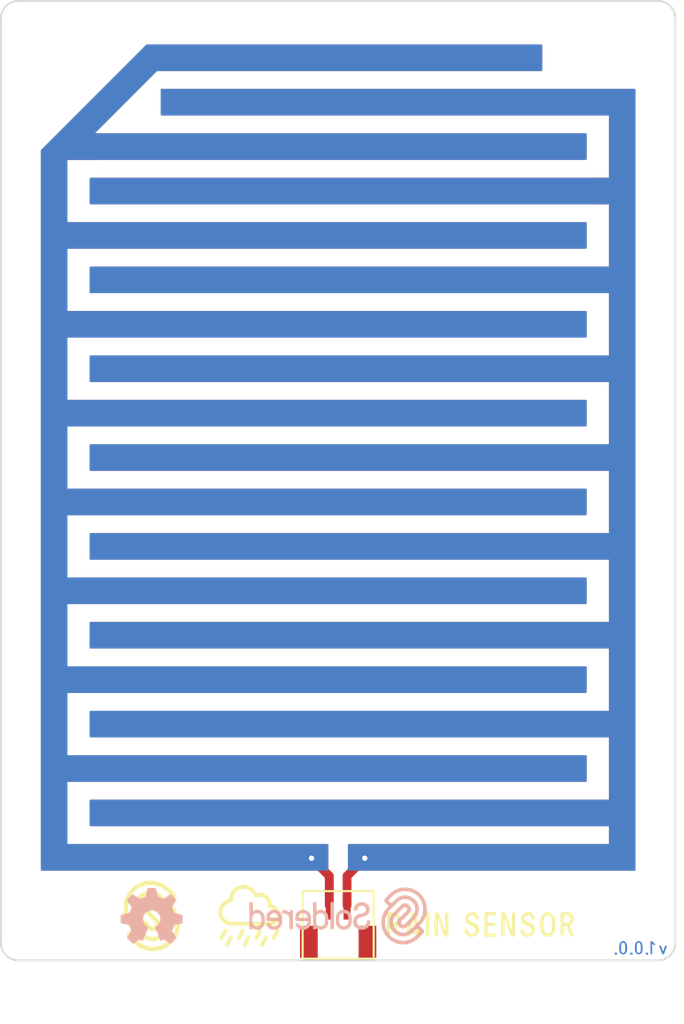
<source format=kicad_pcb>
(kicad_pcb (version 20210126) (generator pcbnew)
  (layers (0 "F.Cu" signal) (31 "B.Cu" signal) (34 "B.Paste" user) (35 "F.Paste" user) (36 "B.SilkS" user "B.Silkscreen") (37 "F.SilkS" user "F.Silkscreen") (38 "B.Mask" user) (39 "F.Mask" user) (44 "Edge.Cuts" user))
  (net 0 "")
  (net 1 "Net-(PAD2-Pad1)")
  (net 2 "Net-(PAD1-Pad1)")
  (footprint "Soldered Graphics:Symbol-Front-Raining" (layer "F.Cu") (at 94 147.5)
    (fp_text reference "G***" hide)
    (fp_text value "LOGO" hide)
  )
  (footprint "buzzardLabel" (layer "F.Cu") (at 107 148)
    (fp_text reference "" (at 0 0) (layer "F.SilkS") (effects (font (size 1.27 1.27))))
    (fp_text value "" (at 0 0) (layer "F.SilkS") (effects (font (size 1.27 1.27))))
  )
  (footprint "e-radionica.com footprinti:PAD_2x1.5" (layer "F.Cu") (at 114.5 106.7)
    (fp_text reference "PAD1")
    (fp_text value "PAD_2x1.5")
    (pad "1" smd rect (at 0 0) (size 2 1.5) (layers "F.Cu" "F.Mask") (net 2 "Net-(PAD1-Pad1)"))
  )
  (footprint "e-radionica.com footprinti:HOLE_3.2mm" (layer "F.Cu") (at 115 99)
    (fp_text reference "H4" hide)
    (fp_text value "HOLE_3.2mm" hide)
    (pad "" np_thru_hole circle (at 0 0) (size 3.2 3.2) (drill 3.2) (layers F&B.Cu *.Mask))
  )
  (footprint "e-radionica.com footprinti:JST-SH_2pin_1mm_C145954" (layer "F.Cu") (at 99 148)
    (fp_text reference "K1")
    (fp_text value "JST-SH_C145954")
    (pad "" smd rect (at -1.65 0.95) (size 1 1.8) (layers "F.Cu" "F.Paste" "F.Mask"))
    (pad "" smd rect (at 1.65 0.95) (size 1 1.8) (layers "F.Cu" "F.Paste" "F.Mask"))
    (pad "1" smd rect (at 0.5 -1.1) (size 0.4 1.6) (layers "F.Cu" "F.Paste" "F.Mask") (net 2 "Net-(PAD1-Pad1)"))
    (pad "2" smd rect (at -0.5 -1.1) (size 0.4 1.6) (layers "F.Cu" "F.Paste" "F.Mask") (net 1 "Net-(PAD2-Pad1)"))
  )
  (footprint "e-radionica.com footprinti:HOLE_3.2mm" (layer "F.Cu") (at 83 99)
    (fp_text reference "H2" hide)
    (fp_text value "HOLE_3.2mm" hide)
    (pad "" np_thru_hole circle (at 0 0) (size 3.2 3.2) (drill 3.2) (layers F&B.Cu *.Mask))
  )
  (footprint "Soldered Graphics:Logo-Back-SolderedFULL-10mm" (layer "F.Cu") (at 99 147.5)
    (fp_text reference "G***" hide)
    (fp_text value "LOGO" hide)
  )
  (footprint "e-radionica.com footprinti:PAD_2x1.5" (layer "F.Cu") (at 84.5 104.2)
    (fp_text reference "PAD2")
    (fp_text value "PAD_2x1.5")
    (pad "1" smd rect (at 0 0) (size 2 1.5) (layers "F.Cu" "F.Mask") (net 1 "Net-(PAD2-Pad1)"))
  )
  (footprint "e-radionica.com footprinti:HOLE_3.2mm" (layer "F.Cu") (at 83 147)
    (fp_text reference "H1" hide)
    (fp_text value "HOLE_3.2mm" hide)
    (pad "" np_thru_hole circle (at 0 0) (size 3.2 3.2) (drill 3.2) (layers F&B.Cu *.Mask))
  )
  (footprint "Soldered Graphics:Logo-Front-Soldered-4mm" (layer "F.Cu") (at 88.5 147.5)
    (fp_text reference "G***" hide)
    (fp_text value "LOGO" hide)
  )
  (footprint "e-radionica.com footprinti:HOLE_3.2mm" (layer "F.Cu") (at 115 147)
    (fp_text reference "H3" hide)
    (fp_text value "HOLE_3.2mm" hide)
    (pad "" np_thru_hole circle (at 0 0) (size 3.2 3.2) (drill 3.2) (layers F&B.Cu *.Mask))
  )
  (footprint "Soldered Graphics:Logo-Back-OSH-3.5mm" (layer "F.Cu") (at 88.5 147.5)
    (fp_text reference "G***" hide)
    (fp_text value "LOGO" hide)
  )
  (footprint "Soldered Graphics:Version1.0.0." (layer "B.Cu") (at 116 149.3 180)
    (fp_text reference "" (at 0 0) (layer "B.SilkS") (effects (font (size 1.27 1.27)) (justify mirror)))
    (fp_text value "" (at 0 0) (layer "B.SilkS") (effects (font (size 1.27 1.27)) (justify mirror)))
    (fp_poly (pts (xy 0.43 -0.38) (xy 0.48 -0.38) (xy 0.54 -0.37) (xy 0.54 -0.33) (xy 0.54 -0.27) (xy 0.5 -0.26) (xy 0.45 -0.26) (xy 0.42 -0.29) (xy 0.42 -0.34) (xy 0.43 -0.38)) (layer "B.Cu") (width 0.01) (fill solid))
    (fp_poly (pts (xy -1.33 -0.35) (xy -1.27 -0.35) (xy -1.25 -0.31) (xy -1.09 0.1) (xy -1.11 0.13) (xy -1.16 0.13) (xy -1.19 0.1) (xy -1.28 -0.16) (xy -1.3 -0.21) (xy -1.32 -0.17) (xy -1.41 0.09) (xy -1.44 0.13) (xy -1.49 0.13) (xy -1.51 0.1) (xy -1.36 -0.31) (xy -1.33 -0.35)) (layer "B.Cu") (width 0.01) (fill solid))
    (fp_poly (pts (xy 1.31 -0.38) (xy 1.36 -0.38) (xy 1.41 -0.37) (xy 1.42 -0.33) (xy 1.42 -0.27) (xy 1.38 -0.26) (xy 1.33 -0.26) (xy 1.3 -0.29) (xy 1.3 -0.34) (xy 1.31 -0.38)) (layer "B.Cu") (width 0.01) (fill solid))
    (fp_poly (pts (xy -0.44 -0.38) (xy -0.39 -0.38) (xy -0.34 -0.37) (xy -0.34 -0.33) (xy -0.34 -0.27) (xy -0.38 -0.26) (xy -0.43 -0.26) (xy -0.46 -0.29) (xy -0.46 -0.34) (xy -0.44 -0.38)) (layer "B.Cu") (width 0.01) (fill solid))
    (fp_poly (pts (xy 0.06 -0.35) (xy 0.11 -0.35) (xy 0.17 -0.33) (xy 0.13 -0.28) (xy 0.03 -0.28) (xy -0.01 -0.25) (xy -0.03 -0.2) (xy -0.05 -0.15) (xy -0.05 -0.11) (xy -0.05 0.01) (xy -0.05 0.13) (xy -0.05 0.17) (xy -0.03 0.22) (xy -0.01 0.27) (xy 0.02 0.3) (xy 0.13 0.3) (xy 0.16 0.26) (xy 0.18 0.21) (xy 0.18 0.15) (xy 0.19 0.05) (xy 0.19 -0.08) (xy 0.19 -0.12) (xy 0.18 -0.17) (xy 0.16 -0.22) (xy 0.14 -0.27) (xy 0.14 -0.28) (xy 0.17 -0.32) (xy 0.21 -0.29) (xy 0.24 -0.26) (xy 0.26 -0.22) (xy 0.27 -0.16) (xy 0.28 -0.11) (xy 0.28 -0.06) (xy 0.28 0.06) (xy 0.28 0.12) (xy 0.27 0.17) (xy 0.26 0.22) (xy 0.25 0.27) (xy 0.22 0.3) (xy 0.19 0.34) (xy 0.13 0.37) (xy 0.08 0.38) (xy 0.02 0.38) (xy -0.03 0.35) (xy -0.08 0.31) (xy -0.1 0.28) (xy -0.12 0.23) (xy -0.14 0.18) (xy -0.14 0.13) (xy -0.15 0.08) (xy -0.15 -0.04) (xy -0.14 -0.1) (xy -0.14 -0.14) (xy -0.13 -0.2) (xy -0.11 -0.25) (xy -0.08 -0.28) (xy -0.05 -0.32) (xy 0.01 -0.35) (xy 0.06 -0.35)) (layer "B.Cu") (width 0.01) (fill solid))
    (fp_poly (pts (xy 0.93 -0.35) (xy 0.99 -0.35) (xy 1.04 -0.33) (xy 1.01 -0.28) (xy 0.91 -0.28) (xy 0.87 -0.25) (xy 0.85 -0.2) (xy 0.83 -0.15) (xy 0.83 -0.11) (xy 0.82 0.01) (xy 0.83 0.13) (xy 0.83 0.17) (xy 0.84 0.22) (xy 0.87 0.27) (xy 0.9 0.3) (xy 1.01 0.3) (xy 1.04 0.26) (xy 1.05 0.21) (xy 1.06 0.15) (xy 1.07 0.05) (xy 1.07 -0.08) (xy 1.06 -0.12) (xy 1.06 -0.17) (xy 1.04 -0.22) (xy 1.02 -0.27) (xy 1.01 -0.28) (xy 1.05 -0.32) (xy 1.09 -0.29) (xy 1.12 -0.26) (xy 1.14 -0.22) (xy 1.15 -0.16) (xy 1.16 -0.11) (xy 1.16 -0.06) (xy 1.16 0.06) (xy 1.16 0.12) (xy 1.15 0.17) (xy 1.14 0.22) (xy 1.13 0.27) (xy 1.1 0.3) (xy 1.06 0.34) (xy 1.01 0.37) (xy 0.95 0.38) (xy 0.9 0.38) (xy 0.84 0.35) (xy 0.8 0.31) (xy 0.78 0.28) (xy 0.75 0.23) (xy 0.74 0.18) (xy 0.74 0.13) (xy 0.73 0.08) (xy 0.73 -0.04) (xy 0.73 -0.1) (xy 0.74 -0.14) (xy 0.75 -0.2) (xy 0.77 -0.25) (xy 0.79 -0.28) (xy 0.83 -0.32) (xy 0.89 -0.35) (xy 0.93 -0.35)) (layer "B.Cu") (width 0.01) (fill solid))
    (fp_poly (pts (xy -0.67 -0.35) (xy -0.62 -0.35) (xy -0.6 -0.31) (xy -0.6 0.35) (xy -0.64 0.38) (xy -0.69 0.38) (xy -0.73 0.34) (xy -0.84 0.22) (xy -0.86 0.17) (xy -0.83 0.16) (xy -0.73 0.22) (xy -0.69 0.23) (xy -0.69 -0.31) (xy -0.67 -0.35)) (layer "B.Cu") (width 0.01) (fill solid))
  )
  (gr_arc (start 117 97) (end 117 96) (angle 90) (layer "Edge.Cuts") (width 0.1))
  (gr_arc (start 81 149) (end 81 150) (angle 90) (layer "Edge.Cuts") (width 0.1))
  (gr_arc (start 117 149) (end 117 150) (angle -90) (layer "Edge.Cuts") (width 0.1))
  (gr_line (start 80 149) (end 80 97) (layer "Edge.Cuts") (width 0.1))
  (gr_line (start 81 96) (end 117 96) (layer "Edge.Cuts") (width 0.1))
  (gr_arc (start 81 97) (end 81 96) (angle -90) (layer "Edge.Cuts") (width 0.1))
  (gr_line (start 117 150) (end 81 150) (layer "Edge.Cuts") (width 0.1))
  (gr_line (start 118 97) (end 118 149) (layer "Edge.Cuts") (width 0.1))
  (segment (start 98.5 145.25) (end 97.5 144.25) (width 0.5) (layer "F.Cu") (net 1))
  (segment (start 98.5 146.9) (end 98.5 145.25) (width 0.5) (layer "F.Cu") (net 1))
  (via (at 97.5 144.25) (size 0.5) (drill 0.3) (layers "F.Cu" "B.Cu") (net 1))
  (segment (start 99.5 146.9) (end 99.5 145.25) (width 0.5) (layer "F.Cu") (net 2))
  (segment (start 99.5 145.25) (end 100.5 144.25) (width 0.5) (layer "F.Cu") (net 2))
  (via (at 100.5 144.25) (size 0.5) (drill 0.3) (layers "F.Cu" "B.Cu") (net 2))
  (zone (net 2) (net_name "Net-(PAD1-Pad1)") (layers F&B.Cu) (connect_pads yes (clearance 0.1)) (min_thickness 0.1) (fill yes (thermal_gap 0.1) (thermal_bridge_width 0.1) (island_removal_mode 1) (island_area_min 0))
    (polygon (pts (xy 115.75 144.95) (xy 102 144.95) (xy 101.6 144.95) (xy 99.55 144.95) (xy 99.55 143.45) (xy 114.25 143.45) (xy 114.25 142.45) (xy 85 142.45) (xy 85 140.95) (xy 114.25 140.95) (xy 114.25 137.45) (xy 85 137.45) (xy 85 135.95) (xy 114.25 135.95) (xy 114.25 132.45) (xy 85 132.45) (xy 85 130.95) (xy 114.25 130.95) (xy 114.25 127.45) (xy 85 127.45) (xy 85 125.95) (xy 114.25 125.95) (xy 114.25 122.45) (xy 85 122.45) (xy 85 120.95) (xy 114.25 120.95) (xy 114.25 117.45) (xy 85 117.45) (xy 85 115.95) (xy 114.25 115.95) (xy 114.25 112.45) (xy 85 112.45) (xy 85 110.95) (xy 114.25 110.95) (xy 114.25 107.45) (xy 85 107.45) (xy 85 105.95) (xy 114.25 105.95) (xy 114.25 102.45) (xy 89 102.45) (xy 89 100.95) (xy 115.75 100.95)))
  )
  (zone (net 1) (net_name "Net-(PAD2-Pad1)") (layers F&B.Cu) (connect_pads yes (clearance 0.1)) (min_thickness 0.1) (fill yes (thermal_gap 0.1) (thermal_bridge_width 0.1) (island_removal_mode 1) (island_area_min 0))
    (polygon (pts (xy 110.5 99.95) (xy 88.8 99.95) (xy 85.3 103.45) (xy 113 103.45) (xy 113 104.95) (xy 83.75 104.95) (xy 83.75 108.45) (xy 113 108.45) (xy 113 109.95) (xy 83.75 109.95) (xy 83.75 113.45) (xy 113 113.45) (xy 113 114.95) (xy 83.75 114.95) (xy 83.75 118.45) (xy 113 118.45) (xy 113 119.95) (xy 83.75 119.95) (xy 83.75 123.45) (xy 113 123.45) (xy 113 124.95) (xy 83.75 124.95) (xy 83.75 128.45) (xy 113 128.45) (xy 113 129.95) (xy 83.75 129.95) (xy 83.75 133.45) (xy 113 133.45) (xy 113 134.95) (xy 83.75 134.95) (xy 83.75 138.45) (xy 113 138.45) (xy 113 139.95) (xy 83.75 139.95) (xy 83.75 143.45) (xy 98.45 143.45) (xy 98.45 144.95) (xy 98.3 144.95) (xy 98 144.95) (xy 82.25 144.95) (xy 82.25 104.4) (xy 88.2 98.45) (xy 110.5 98.45)))
  )
)
</source>
